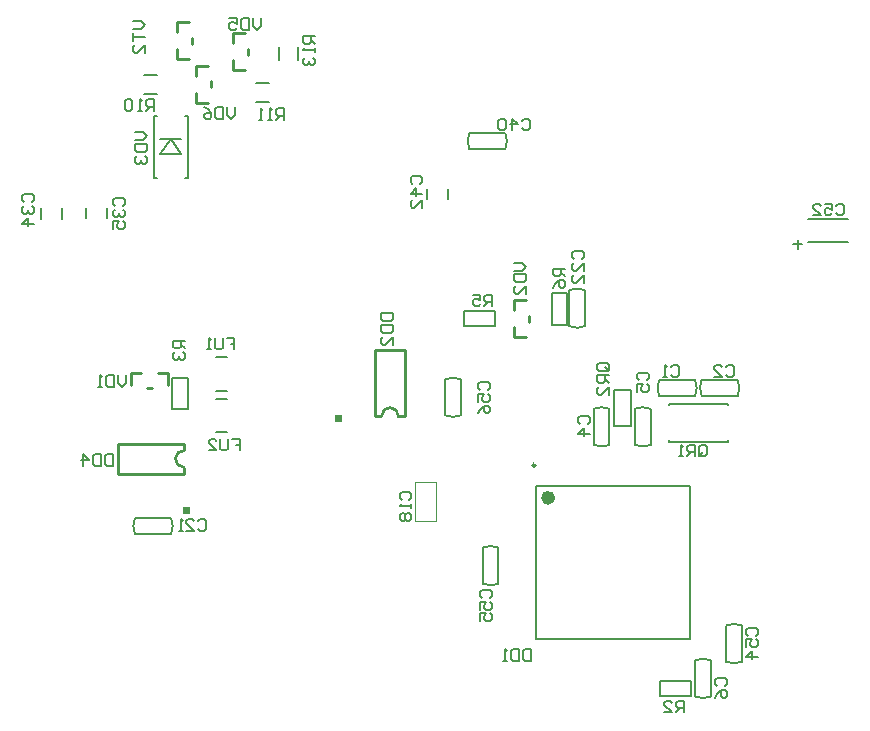
<source format=gbo>
G04 Layer_Color=32896*
%FSLAX24Y24*%
%MOIN*%
G70*
G01*
G75*
%ADD10C,0.0079*%
%ADD42C,0.0098*%
%ADD90C,0.0070*%
%ADD91C,0.0100*%
%ADD93C,0.0067*%
%ADD94C,0.0050*%
%ADD95C,0.0039*%
%ADD150C,0.0236*%
G36*
X35067Y29014D02*
X34817D01*
Y29264D01*
X35067D01*
Y29014D01*
D02*
G37*
G36*
X40120Y32075D02*
X39870D01*
Y32325D01*
X40120D01*
Y32075D01*
D02*
G37*
D10*
X35935Y33140D02*
X36289D01*
X35935Y34242D02*
X36289D01*
X35935Y31742D02*
X36289D01*
X35935Y32844D02*
X36289D01*
X33524Y43032D02*
X33957D01*
X33524Y43661D02*
X33957D01*
X37264Y43386D02*
X37697D01*
X37264Y42756D02*
X37697D01*
X55645Y38075D02*
X56995D01*
X55645Y38855D02*
X56995D01*
X55165Y38015D02*
X55465D01*
X55315Y37865D02*
Y38165D01*
X38031Y44154D02*
Y44587D01*
X38661Y44154D02*
Y44587D01*
X33839Y40217D02*
X33947D01*
X34872D02*
X34980D01*
X33839Y42303D02*
X33947D01*
X34872D02*
X34980D01*
X33839Y40217D02*
Y42303D01*
X34980Y40217D02*
Y42303D01*
X51024Y31437D02*
Y31476D01*
Y31437D02*
X52992D01*
Y31476D01*
X51024Y32658D02*
Y32697D01*
X52992D01*
Y32658D02*
Y32697D01*
X46595Y29961D02*
X51713D01*
X46595Y24843D02*
X51713D01*
Y29961D01*
X46595Y24843D02*
Y29961D01*
X49193Y31949D02*
X49744D01*
X49193Y33169D02*
X49744D01*
X49193Y31949D02*
Y33169D01*
X49744Y31949D02*
Y33169D01*
X41417Y35709D02*
X41811D01*
Y35512D01*
X41745Y35446D01*
X41483D01*
X41417Y35512D01*
Y35709D01*
Y35315D02*
X41811D01*
Y35118D01*
X41745Y35053D01*
X41483D01*
X41417Y35118D01*
Y35315D01*
X41811Y34659D02*
Y34922D01*
X41549Y34659D01*
X41483D01*
X41417Y34725D01*
Y34856D01*
X41483Y34922D01*
X44711Y33163D02*
X44646Y33228D01*
Y33360D01*
X44711Y33425D01*
X44974D01*
X45039Y33360D01*
Y33228D01*
X44974Y33163D01*
X44646Y32769D02*
Y33032D01*
X44843D01*
X44777Y32900D01*
Y32835D01*
X44843Y32769D01*
X44974D01*
X45039Y32835D01*
Y32966D01*
X44974Y33032D01*
X44646Y32376D02*
X44711Y32507D01*
X44843Y32638D01*
X44974D01*
X45039Y32572D01*
Y32441D01*
X44974Y32376D01*
X44908D01*
X44843Y32441D01*
Y32638D01*
X36460Y31535D02*
X36722D01*
Y31339D01*
X36591D01*
X36722D01*
Y31142D01*
X36329Y31535D02*
Y31207D01*
X36263Y31142D01*
X36132D01*
X36066Y31207D01*
Y31535D01*
X35673Y31142D02*
X35935D01*
X35673Y31404D01*
Y31470D01*
X35739Y31535D01*
X35870D01*
X35935Y31470D01*
X36273Y34901D02*
X36535D01*
Y34705D01*
X36404D01*
X36535D01*
Y34508D01*
X36142Y34901D02*
Y34573D01*
X36076Y34508D01*
X35945D01*
X35879Y34573D01*
Y34901D01*
X35748Y34508D02*
X35617D01*
X35683D01*
Y34901D01*
X35748Y34836D01*
X33145Y45446D02*
X33407D01*
X33538Y45315D01*
X33407Y45184D01*
X33145D01*
Y45053D02*
Y44791D01*
Y44922D01*
X33538D01*
Y44397D02*
Y44659D01*
X33276Y44397D01*
X33210D01*
X33145Y44463D01*
Y44594D01*
X33210Y44659D01*
X36555Y42598D02*
Y42336D01*
X36424Y42205D01*
X36293Y42336D01*
Y42598D01*
X36161D02*
Y42205D01*
X35965D01*
X35899Y42270D01*
Y42533D01*
X35965Y42598D01*
X36161D01*
X35506D02*
X35637Y42533D01*
X35768Y42402D01*
Y42270D01*
X35702Y42205D01*
X35571D01*
X35506Y42270D01*
Y42336D01*
X35571Y42402D01*
X35768D01*
X37402Y45551D02*
Y45289D01*
X37270Y45157D01*
X37139Y45289D01*
Y45551D01*
X37008D02*
Y45157D01*
X36811D01*
X36746Y45223D01*
Y45485D01*
X36811Y45551D01*
X37008D01*
X36352D02*
X36614D01*
Y45354D01*
X36483Y45420D01*
X36418D01*
X36352Y45354D01*
Y45223D01*
X36418Y45157D01*
X36549D01*
X36614Y45223D01*
X33228Y41752D02*
X33491D01*
X33622Y41621D01*
X33491Y41490D01*
X33228D01*
Y41358D02*
X33622D01*
Y41162D01*
X33556Y41096D01*
X33294D01*
X33228Y41162D01*
Y41358D01*
X33294Y40965D02*
X33228Y40899D01*
Y40768D01*
X33294Y40702D01*
X33360D01*
X33425Y40768D01*
Y40834D01*
Y40768D01*
X33491Y40702D01*
X33556D01*
X33622Y40768D01*
Y40899D01*
X33556Y40965D01*
X45866Y37402D02*
X46129D01*
X46260Y37270D01*
X46129Y37139D01*
X45866D01*
Y37008D02*
X46260D01*
Y36811D01*
X46194Y36746D01*
X45932D01*
X45866Y36811D01*
Y37008D01*
X46260Y36352D02*
Y36614D01*
X45997Y36352D01*
X45932D01*
X45866Y36418D01*
Y36549D01*
X45932Y36614D01*
X32913Y33661D02*
Y33399D01*
X32782Y33268D01*
X32651Y33399D01*
Y33661D01*
X32520D02*
Y33268D01*
X32323D01*
X32257Y33333D01*
Y33596D01*
X32323Y33661D01*
X32520D01*
X32126Y33268D02*
X31995D01*
X32061D01*
Y33661D01*
X32126Y33596D01*
X39213Y44961D02*
X38819D01*
Y44764D01*
X38885Y44698D01*
X39016D01*
X39081Y44764D01*
Y44961D01*
Y44829D02*
X39213Y44698D01*
Y44567D02*
Y44436D01*
Y44501D01*
X38819D01*
X38885Y44567D01*
Y44239D02*
X38819Y44173D01*
Y44042D01*
X38885Y43977D01*
X38950D01*
X39016Y44042D01*
Y44108D01*
Y44042D01*
X39081Y43977D01*
X39147D01*
X39213Y44042D01*
Y44173D01*
X39147Y44239D01*
X38189Y42165D02*
Y42559D01*
X37992D01*
X37927Y42493D01*
Y42362D01*
X37992Y42297D01*
X38189D01*
X38058D02*
X37927Y42165D01*
X37795D02*
X37664D01*
X37730D01*
Y42559D01*
X37795Y42493D01*
X37467Y42165D02*
X37336D01*
X37402D01*
Y42559D01*
X37467Y42493D01*
X33854Y42461D02*
Y42854D01*
X33658D01*
X33592Y42789D01*
Y42657D01*
X33658Y42592D01*
X33854D01*
X33723D02*
X33592Y42461D01*
X33461D02*
X33330D01*
X33395D01*
Y42854D01*
X33461Y42789D01*
X33133D02*
X33067Y42854D01*
X32936D01*
X32870Y42789D01*
Y42526D01*
X32936Y42461D01*
X33067D01*
X33133Y42526D01*
Y42789D01*
X47539Y37205D02*
X47146D01*
Y37008D01*
X47211Y36942D01*
X47343D01*
X47408Y37008D01*
Y37205D01*
Y37074D02*
X47539Y36942D01*
X47146Y36549D02*
X47211Y36680D01*
X47343Y36811D01*
X47474D01*
X47539Y36746D01*
Y36614D01*
X47474Y36549D01*
X47408D01*
X47343Y36614D01*
Y36811D01*
X45128Y35945D02*
Y36338D01*
X44931D01*
X44866Y36273D01*
Y36142D01*
X44931Y36076D01*
X45128D01*
X44997D02*
X44866Y35945D01*
X44472Y36338D02*
X44734D01*
Y36142D01*
X44603Y36207D01*
X44538D01*
X44472Y36142D01*
Y36010D01*
X44538Y35945D01*
X44669D01*
X44734Y36010D01*
X34882Y34803D02*
X34488D01*
Y34606D01*
X34554Y34541D01*
X34685D01*
X34751Y34606D01*
Y34803D01*
Y34672D02*
X34882Y34541D01*
X34554Y34410D02*
X34488Y34344D01*
Y34213D01*
X34554Y34147D01*
X34620D01*
X34685Y34213D01*
Y34278D01*
Y34213D01*
X34751Y34147D01*
X34816D01*
X34882Y34213D01*
Y34344D01*
X34816Y34410D01*
X51516Y22411D02*
Y22805D01*
X51319D01*
X51253Y22739D01*
Y22608D01*
X51319Y22543D01*
X51516D01*
X51385D02*
X51253Y22411D01*
X50860D02*
X51122D01*
X50860Y22674D01*
Y22739D01*
X50925Y22805D01*
X51057D01*
X51122Y22739D01*
X48950Y33793D02*
X48688D01*
X48622Y33858D01*
Y33990D01*
X48688Y34055D01*
X48950D01*
X49016Y33990D01*
Y33858D01*
X48885Y33924D02*
X49016Y33793D01*
Y33858D02*
X48950Y33793D01*
X49016Y33662D02*
X48622D01*
Y33465D01*
X48688Y33399D01*
X48819D01*
X48885Y33465D01*
Y33662D01*
Y33530D02*
X49016Y33399D01*
Y33006D02*
Y33268D01*
X48753Y33006D01*
X48688D01*
X48622Y33071D01*
Y33202D01*
X48688Y33268D01*
X52021Y31010D02*
Y31273D01*
X52087Y31338D01*
X52218D01*
X52283Y31273D01*
Y31010D01*
X52218Y30945D01*
X52087D01*
X52152Y31076D02*
X52021Y30945D01*
X52087D02*
X52021Y31010D01*
X51890Y30945D02*
Y31338D01*
X51693D01*
X51628Y31273D01*
Y31142D01*
X51693Y31076D01*
X51890D01*
X51759D02*
X51628Y30945D01*
X51496D02*
X51365D01*
X51431D01*
Y31338D01*
X51496Y31273D01*
X32480Y31023D02*
Y30630D01*
X32284D01*
X32218Y30696D01*
Y30958D01*
X32284Y31023D01*
X32480D01*
X32087D02*
Y30630D01*
X31890D01*
X31824Y30696D01*
Y30958D01*
X31890Y31023D01*
X32087D01*
X31496Y30630D02*
Y31023D01*
X31693Y30827D01*
X31431D01*
X46408Y24508D02*
Y24114D01*
X46211D01*
X46145Y24180D01*
Y24442D01*
X46211Y24508D01*
X46408D01*
X46014D02*
Y24114D01*
X45817D01*
X45752Y24180D01*
Y24442D01*
X45817Y24508D01*
X46014D01*
X45620Y24114D02*
X45489D01*
X45555D01*
Y24508D01*
X45620Y24442D01*
X56595Y39304D02*
X56661Y39370D01*
X56792D01*
X56858Y39304D01*
Y39042D01*
X56792Y38976D01*
X56661D01*
X56595Y39042D01*
X56202Y39370D02*
X56464D01*
Y39173D01*
X56333Y39239D01*
X56268D01*
X56202Y39173D01*
Y39042D01*
X56268Y38976D01*
X56399D01*
X56464Y39042D01*
X55808Y38976D02*
X56071D01*
X55808Y39239D01*
Y39304D01*
X55874Y39370D01*
X56005D01*
X56071Y39304D01*
X42467Y40013D02*
X42402Y40079D01*
Y40210D01*
X42467Y40276D01*
X42730D01*
X42795Y40210D01*
Y40079D01*
X42730Y40013D01*
X42795Y39685D02*
X42402D01*
X42598Y39882D01*
Y39620D01*
X42795Y39226D02*
Y39488D01*
X42533Y39226D01*
X42467D01*
X42402Y39292D01*
Y39423D01*
X42467Y39488D01*
X46116Y42139D02*
X46181Y42205D01*
X46312D01*
X46378Y42139D01*
Y41877D01*
X46312Y41811D01*
X46181D01*
X46116Y41877D01*
X45788Y41811D02*
Y42205D01*
X45984Y42008D01*
X45722D01*
X45591Y42139D02*
X45525Y42205D01*
X45394D01*
X45328Y42139D01*
Y41877D01*
X45394Y41811D01*
X45525D01*
X45591Y41877D01*
Y42139D01*
X32546Y39305D02*
X32480Y39370D01*
Y39501D01*
X32546Y39567D01*
X32808D01*
X32874Y39501D01*
Y39370D01*
X32808Y39305D01*
X32546Y39173D02*
X32480Y39108D01*
Y38977D01*
X32546Y38911D01*
X32612D01*
X32677Y38977D01*
Y39042D01*
Y38977D01*
X32743Y38911D01*
X32808D01*
X32874Y38977D01*
Y39108D01*
X32808Y39173D01*
X32480Y38517D02*
Y38780D01*
X32677D01*
X32612Y38649D01*
Y38583D01*
X32677Y38517D01*
X32808D01*
X32874Y38583D01*
Y38714D01*
X32808Y38780D01*
X29515Y39423D02*
X29449Y39488D01*
Y39619D01*
X29515Y39685D01*
X29777D01*
X29843Y39619D01*
Y39488D01*
X29777Y39423D01*
X29515Y39291D02*
X29449Y39226D01*
Y39095D01*
X29515Y39029D01*
X29580D01*
X29646Y39095D01*
Y39160D01*
Y39095D01*
X29711Y39029D01*
X29777D01*
X29843Y39095D01*
Y39226D01*
X29777Y39291D01*
X29843Y38701D02*
X29449D01*
X29646Y38898D01*
Y38636D01*
X47841Y37513D02*
X47776Y37579D01*
Y37710D01*
X47841Y37776D01*
X48104D01*
X48169Y37710D01*
Y37579D01*
X48104Y37513D01*
X48169Y37120D02*
Y37382D01*
X47907Y37120D01*
X47841D01*
X47776Y37185D01*
Y37317D01*
X47841Y37382D01*
X48169Y36726D02*
Y36989D01*
X47907Y36726D01*
X47841D01*
X47776Y36792D01*
Y36923D01*
X47841Y36989D01*
X35328Y28793D02*
X35394Y28858D01*
X35525D01*
X35591Y28793D01*
Y28530D01*
X35525Y28465D01*
X35394D01*
X35328Y28530D01*
X34935Y28465D02*
X35197D01*
X34935Y28727D01*
Y28793D01*
X35000Y28858D01*
X35131D01*
X35197Y28793D01*
X34803Y28465D02*
X34672D01*
X34738D01*
Y28858D01*
X34803Y28793D01*
X42103Y29501D02*
X42038Y29567D01*
Y29698D01*
X42103Y29764D01*
X42366D01*
X42431Y29698D01*
Y29567D01*
X42366Y29501D01*
X42431Y29370D02*
Y29239D01*
Y29305D01*
X42038D01*
X42103Y29370D01*
Y29042D02*
X42038Y28977D01*
Y28845D01*
X42103Y28780D01*
X42169D01*
X42234Y28845D01*
X42300Y28780D01*
X42366D01*
X42431Y28845D01*
Y28977D01*
X42366Y29042D01*
X42300D01*
X42234Y28977D01*
X42169Y29042D01*
X42103D01*
X42234Y28977D02*
Y28845D01*
X52625Y23281D02*
X52559Y23347D01*
Y23478D01*
X52625Y23543D01*
X52887D01*
X52953Y23478D01*
Y23347D01*
X52887Y23281D01*
X52559Y22887D02*
X52625Y23019D01*
X52756Y23150D01*
X52887D01*
X52953Y23084D01*
Y22953D01*
X52887Y22887D01*
X52822D01*
X52756Y22953D01*
Y23150D01*
X50026Y33478D02*
X49961Y33543D01*
Y33675D01*
X50026Y33740D01*
X50289D01*
X50354Y33675D01*
Y33543D01*
X50289Y33478D01*
X49961Y33084D02*
Y33347D01*
X50158D01*
X50092Y33215D01*
Y33150D01*
X50158Y33084D01*
X50289D01*
X50354Y33150D01*
Y33281D01*
X50289Y33347D01*
X48058Y32021D02*
X47992Y32087D01*
Y32218D01*
X48058Y32283D01*
X48320D01*
X48386Y32218D01*
Y32087D01*
X48320Y32021D01*
X48386Y31693D02*
X47992D01*
X48189Y31890D01*
Y31628D01*
X52907Y33930D02*
X52973Y33996D01*
X53104D01*
X53169Y33930D01*
Y33668D01*
X53104Y33602D01*
X52973D01*
X52907Y33668D01*
X52514Y33602D02*
X52776D01*
X52514Y33865D01*
Y33930D01*
X52579Y33996D01*
X52710D01*
X52776Y33930D01*
X51086D02*
X51152Y33996D01*
X51283D01*
X51349Y33930D01*
Y33668D01*
X51283Y33602D01*
X51152D01*
X51086Y33668D01*
X50955Y33602D02*
X50824D01*
X50889D01*
Y33996D01*
X50955Y33930D01*
X53648Y24974D02*
X53583Y25039D01*
Y25171D01*
X53648Y25236D01*
X53911D01*
X53976Y25171D01*
Y25039D01*
X53911Y24974D01*
X53583Y24580D02*
Y24843D01*
X53780D01*
X53714Y24711D01*
Y24646D01*
X53780Y24580D01*
X53911D01*
X53976Y24646D01*
Y24777D01*
X53911Y24843D01*
X53976Y24252D02*
X53583D01*
X53780Y24449D01*
Y24187D01*
X44790Y26234D02*
X44725Y26299D01*
Y26430D01*
X44790Y26496D01*
X45053D01*
X45118Y26430D01*
Y26299D01*
X45053Y26234D01*
X44725Y25840D02*
Y26102D01*
X44921D01*
X44856Y25971D01*
Y25906D01*
X44921Y25840D01*
X45053D01*
X45118Y25906D01*
Y26037D01*
X45053Y26102D01*
X44725Y25447D02*
Y25709D01*
X44921D01*
X44856Y25578D01*
Y25512D01*
X44921Y25447D01*
X45053D01*
X45118Y25512D01*
Y25643D01*
X45053Y25709D01*
D42*
X46565Y30650D02*
G03*
X46565Y30650I-49J0D01*
G01*
D90*
X43564Y32310D02*
G03*
X44075Y32310I255J609D01*
G01*
Y33517D02*
G03*
X43564Y33518I-256J-608D01*
G01*
X33215Y28877D02*
G03*
X33216Y28366I609J-255D01*
G01*
X34423D02*
G03*
X34423Y28877I-608J256D01*
G01*
X48209Y36490D02*
G03*
X47698Y36490I-256J-608D01*
G01*
Y35282D02*
G03*
X48209Y35283I255J609D01*
G01*
X45564Y41201D02*
G03*
X45565Y41711I-608J256D01*
G01*
X44357D02*
G03*
X44358Y41201I609J-255D01*
G01*
X48524Y31325D02*
G03*
X49034Y31325I256J608D01*
G01*
Y32533D02*
G03*
X48524Y32532I-255J-609D01*
G01*
X53445Y25309D02*
G03*
X52934Y25309I-256J-608D01*
G01*
Y24101D02*
G03*
X53445Y24102I255J609D01*
G01*
X53311Y32973D02*
G03*
X53311Y33483I-608J256D01*
G01*
X52103D02*
G03*
X52104Y32973I609J-255D01*
G01*
X51900Y22940D02*
G03*
X52410Y22939I256J608D01*
G01*
Y24147D02*
G03*
X51900Y24146I-255J-609D01*
G01*
X50686Y33484D02*
G03*
X50685Y32974I608J-256D01*
G01*
X51893D02*
G03*
X51893Y33484I-609J255D01*
G01*
X44823Y26699D02*
G03*
X45334Y26699I256J608D01*
G01*
Y27907D02*
G03*
X44823Y27906I-255J-609D01*
G01*
X49892Y31325D02*
G03*
X50402Y31325I256J608D01*
G01*
Y32533D02*
G03*
X49892Y32532I-255J-609D01*
G01*
X43564Y32314D02*
Y33514D01*
X44075Y32313D02*
Y33514D01*
X34459Y32520D02*
X34970D01*
X34459Y33563D02*
X34970D01*
X34459Y32520D02*
Y33563D01*
X34970Y32520D02*
Y33563D01*
X33219Y28877D02*
X34419D01*
X33219Y28366D02*
X34419D01*
X48209Y35285D02*
Y36486D01*
X47698Y35286D02*
Y36486D01*
X44173Y35807D02*
X45217D01*
X44173Y35295D02*
X45217D01*
X44173D02*
Y35807D01*
X45217Y35295D02*
Y35807D01*
X47618Y35335D02*
Y36378D01*
X47106Y35335D02*
Y36378D01*
X47618D01*
X47106Y35335D02*
X47618D01*
X44360Y41201D02*
X45561D01*
X44361Y41712D02*
X45561D01*
X50709Y22953D02*
X51752D01*
X50709Y23465D02*
X51752D01*
Y22953D02*
Y23465D01*
X50709Y22953D02*
Y23465D01*
X48524Y31329D02*
Y32530D01*
X49035Y31329D02*
Y32529D01*
X53445Y24104D02*
Y25305D01*
X52934Y24105D02*
Y25305D01*
X52106Y32972D02*
X53307D01*
X52107Y33483D02*
X53307D01*
X51900Y22943D02*
Y24144D01*
X52411Y22943D02*
Y24143D01*
X50689Y33484D02*
X51890D01*
X50689Y32973D02*
X51889D01*
X44823Y26703D02*
Y27904D01*
X45334Y26703D02*
Y27903D01*
X49892Y31329D02*
Y32530D01*
X50403Y31329D02*
Y32529D01*
D91*
X41997Y32276D02*
G03*
X41439Y32295I-279J19D01*
G01*
X34865Y31141D02*
G03*
X34846Y30583I-19J-279D01*
G01*
X42220Y32275D02*
Y34475D01*
X41220Y32275D02*
Y34475D01*
X42220D01*
X42020Y32275D02*
X42220D01*
X41220D02*
X41420D01*
X34867Y30364D02*
Y30564D01*
Y31164D02*
Y31364D01*
X32667Y30364D02*
Y31364D01*
Y30364D02*
X34867D01*
X32667Y31364D02*
X34867D01*
X33975Y33712D02*
X34311D01*
X33091Y33312D02*
Y33712D01*
X33411D01*
X33602Y33209D02*
X33799D01*
X34311Y33312D02*
Y33712D01*
X46363Y35439D02*
Y35636D01*
X45860Y35812D02*
Y36148D01*
X46260D01*
X45860Y34928D02*
Y35248D01*
Y34928D02*
X46260D01*
X36475Y44709D02*
Y45046D01*
Y43825D02*
X36875D01*
X36475D02*
Y44145D01*
X36978Y44337D02*
Y44534D01*
X36475Y45046D02*
X36875D01*
X35240Y43620D02*
Y43957D01*
Y42736D02*
X35640D01*
X35240D02*
Y43056D01*
X35743Y43248D02*
Y43445D01*
X35240Y43957D02*
X35640D01*
X34619Y45077D02*
Y45413D01*
Y44193D02*
X35019D01*
X34619D02*
Y44513D01*
X35123Y44705D02*
Y44902D01*
X34619Y45413D02*
X35019D01*
D93*
X30079Y38858D02*
Y39213D01*
X30787Y38858D02*
Y39213D01*
X31575Y38878D02*
Y39232D01*
X32283Y38878D02*
Y39232D01*
X43661Y39508D02*
Y39862D01*
X42953Y39508D02*
Y39862D01*
D94*
X34059Y41010D02*
X34759D01*
X34059Y41510D02*
X34759D01*
X34059Y41010D02*
X34409Y41510D01*
X34759Y41010D01*
D95*
X42559Y28799D02*
X43268D01*
X42559Y30098D02*
X43268D01*
Y28799D02*
Y30098D01*
X42559Y28799D02*
Y30098D01*
D150*
X47106Y29567D02*
G03*
X47106Y29567I-118J0D01*
G01*
M02*

</source>
